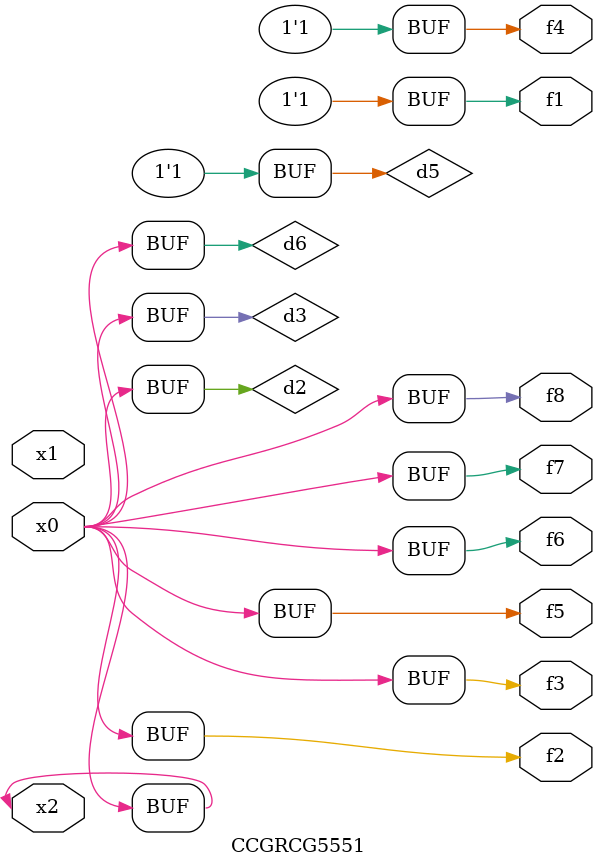
<source format=v>
module CCGRCG5551(
	input x0, x1, x2,
	output f1, f2, f3, f4, f5, f6, f7, f8
);

	wire d1, d2, d3, d4, d5, d6;

	xnor (d1, x2);
	buf (d2, x0, x2);
	and (d3, x0);
	xnor (d4, x1, x2);
	nand (d5, d1, d3);
	buf (d6, d2, d3);
	assign f1 = d5;
	assign f2 = d6;
	assign f3 = d6;
	assign f4 = d5;
	assign f5 = d6;
	assign f6 = d6;
	assign f7 = d6;
	assign f8 = d6;
endmodule

</source>
